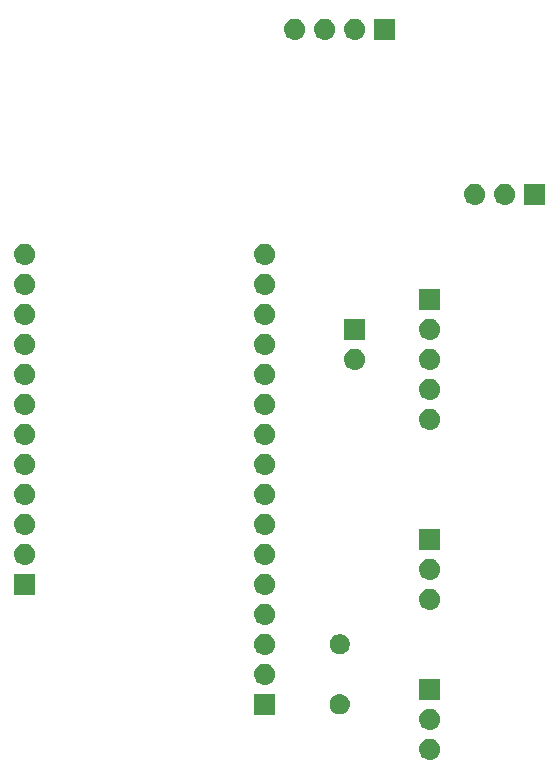
<source format=gbr>
G04 #@! TF.GenerationSoftware,KiCad,Pcbnew,5.0.2-bee76a0~70~ubuntu18.04.1*
G04 #@! TF.CreationDate,2019-07-26T15:06:13-04:00*
G04 #@! TF.ProjectId,knuth-gateway,6b6e7574-682d-4676-9174-657761792e6b,rev?*
G04 #@! TF.SameCoordinates,Original*
G04 #@! TF.FileFunction,Soldermask,Top*
G04 #@! TF.FilePolarity,Negative*
%FSLAX46Y46*%
G04 Gerber Fmt 4.6, Leading zero omitted, Abs format (unit mm)*
G04 Created by KiCad (PCBNEW 5.0.2-bee76a0~70~ubuntu18.04.1) date Fri 26 Jul 2019 03:06:13 PM EDT*
%MOMM*%
%LPD*%
G01*
G04 APERTURE LIST*
%ADD10C,0.100000*%
G04 APERTURE END LIST*
D10*
G36*
X252840442Y-115945518D02*
X252906627Y-115952037D01*
X253019853Y-115986384D01*
X253076467Y-116003557D01*
X253215087Y-116077652D01*
X253232991Y-116087222D01*
X253268729Y-116116552D01*
X253370186Y-116199814D01*
X253453448Y-116301271D01*
X253482778Y-116337009D01*
X253482779Y-116337011D01*
X253566443Y-116493533D01*
X253566443Y-116493534D01*
X253617963Y-116663373D01*
X253635359Y-116840000D01*
X253617963Y-117016627D01*
X253583616Y-117129853D01*
X253566443Y-117186467D01*
X253492348Y-117325087D01*
X253482778Y-117342991D01*
X253453448Y-117378729D01*
X253370186Y-117480186D01*
X253268729Y-117563448D01*
X253232991Y-117592778D01*
X253232989Y-117592779D01*
X253076467Y-117676443D01*
X253019853Y-117693616D01*
X252906627Y-117727963D01*
X252840442Y-117734482D01*
X252774260Y-117741000D01*
X252685740Y-117741000D01*
X252619558Y-117734482D01*
X252553373Y-117727963D01*
X252440147Y-117693616D01*
X252383533Y-117676443D01*
X252227011Y-117592779D01*
X252227009Y-117592778D01*
X252191271Y-117563448D01*
X252089814Y-117480186D01*
X252006552Y-117378729D01*
X251977222Y-117342991D01*
X251967652Y-117325087D01*
X251893557Y-117186467D01*
X251876384Y-117129853D01*
X251842037Y-117016627D01*
X251824641Y-116840000D01*
X251842037Y-116663373D01*
X251893557Y-116493534D01*
X251893557Y-116493533D01*
X251977221Y-116337011D01*
X251977222Y-116337009D01*
X252006552Y-116301271D01*
X252089814Y-116199814D01*
X252191271Y-116116552D01*
X252227009Y-116087222D01*
X252244913Y-116077652D01*
X252383533Y-116003557D01*
X252440147Y-115986384D01*
X252553373Y-115952037D01*
X252619558Y-115945518D01*
X252685740Y-115939000D01*
X252774260Y-115939000D01*
X252840442Y-115945518D01*
X252840442Y-115945518D01*
G37*
G36*
X252840443Y-113405519D02*
X252906627Y-113412037D01*
X253019853Y-113446384D01*
X253076467Y-113463557D01*
X253154146Y-113505078D01*
X253232991Y-113547222D01*
X253268729Y-113576552D01*
X253370186Y-113659814D01*
X253453448Y-113761271D01*
X253482778Y-113797009D01*
X253482779Y-113797011D01*
X253566443Y-113953533D01*
X253566443Y-113953534D01*
X253617963Y-114123373D01*
X253635359Y-114300000D01*
X253617963Y-114476627D01*
X253583616Y-114589853D01*
X253566443Y-114646467D01*
X253492348Y-114785087D01*
X253482778Y-114802991D01*
X253453448Y-114838729D01*
X253370186Y-114940186D01*
X253268729Y-115023448D01*
X253232991Y-115052778D01*
X253232989Y-115052779D01*
X253076467Y-115136443D01*
X253019853Y-115153616D01*
X252906627Y-115187963D01*
X252840442Y-115194482D01*
X252774260Y-115201000D01*
X252685740Y-115201000D01*
X252619558Y-115194482D01*
X252553373Y-115187963D01*
X252440147Y-115153616D01*
X252383533Y-115136443D01*
X252227011Y-115052779D01*
X252227009Y-115052778D01*
X252191271Y-115023448D01*
X252089814Y-114940186D01*
X252006552Y-114838729D01*
X251977222Y-114802991D01*
X251967652Y-114785087D01*
X251893557Y-114646467D01*
X251876384Y-114589853D01*
X251842037Y-114476627D01*
X251824641Y-114300000D01*
X251842037Y-114123373D01*
X251893557Y-113953534D01*
X251893557Y-113953533D01*
X251977221Y-113797011D01*
X251977222Y-113797009D01*
X252006552Y-113761271D01*
X252089814Y-113659814D01*
X252191271Y-113576552D01*
X252227009Y-113547222D01*
X252305854Y-113505078D01*
X252383533Y-113463557D01*
X252440147Y-113446384D01*
X252553373Y-113412037D01*
X252619557Y-113405519D01*
X252685740Y-113399000D01*
X252774260Y-113399000D01*
X252840443Y-113405519D01*
X252840443Y-113405519D01*
G37*
G36*
X239661000Y-113931000D02*
X237859000Y-113931000D01*
X237859000Y-112129000D01*
X239661000Y-112129000D01*
X239661000Y-113931000D01*
X239661000Y-113931000D01*
G37*
G36*
X245276821Y-112191313D02*
X245276824Y-112191314D01*
X245276825Y-112191314D01*
X245437239Y-112239975D01*
X245437241Y-112239976D01*
X245437244Y-112239977D01*
X245585078Y-112318995D01*
X245714659Y-112425341D01*
X245821005Y-112554922D01*
X245900023Y-112702756D01*
X245948687Y-112863179D01*
X245965117Y-113030000D01*
X245948687Y-113196821D01*
X245900023Y-113357244D01*
X245821005Y-113505078D01*
X245714659Y-113634659D01*
X245585078Y-113741005D01*
X245437244Y-113820023D01*
X245437241Y-113820024D01*
X245437239Y-113820025D01*
X245276825Y-113868686D01*
X245276824Y-113868686D01*
X245276821Y-113868687D01*
X245151804Y-113881000D01*
X245068196Y-113881000D01*
X244943179Y-113868687D01*
X244943176Y-113868686D01*
X244943175Y-113868686D01*
X244782761Y-113820025D01*
X244782759Y-113820024D01*
X244782756Y-113820023D01*
X244634922Y-113741005D01*
X244505341Y-113634659D01*
X244398995Y-113505078D01*
X244319977Y-113357244D01*
X244271313Y-113196821D01*
X244254883Y-113030000D01*
X244271313Y-112863179D01*
X244319977Y-112702756D01*
X244398995Y-112554922D01*
X244505341Y-112425341D01*
X244634922Y-112318995D01*
X244782756Y-112239977D01*
X244782759Y-112239976D01*
X244782761Y-112239975D01*
X244943175Y-112191314D01*
X244943176Y-112191314D01*
X244943179Y-112191313D01*
X245068196Y-112179000D01*
X245151804Y-112179000D01*
X245276821Y-112191313D01*
X245276821Y-112191313D01*
G37*
G36*
X253631000Y-112661000D02*
X251829000Y-112661000D01*
X251829000Y-110859000D01*
X253631000Y-110859000D01*
X253631000Y-112661000D01*
X253631000Y-112661000D01*
G37*
G36*
X238870442Y-109595518D02*
X238936627Y-109602037D01*
X239049853Y-109636384D01*
X239106467Y-109653557D01*
X239245087Y-109727652D01*
X239262991Y-109737222D01*
X239298729Y-109766552D01*
X239400186Y-109849814D01*
X239483448Y-109951271D01*
X239512778Y-109987009D01*
X239512779Y-109987011D01*
X239596443Y-110143533D01*
X239596443Y-110143534D01*
X239647963Y-110313373D01*
X239665359Y-110490000D01*
X239647963Y-110666627D01*
X239613616Y-110779853D01*
X239596443Y-110836467D01*
X239522348Y-110975087D01*
X239512778Y-110992991D01*
X239483448Y-111028729D01*
X239400186Y-111130186D01*
X239298729Y-111213448D01*
X239262991Y-111242778D01*
X239262989Y-111242779D01*
X239106467Y-111326443D01*
X239049853Y-111343616D01*
X238936627Y-111377963D01*
X238870443Y-111384481D01*
X238804260Y-111391000D01*
X238715740Y-111391000D01*
X238649557Y-111384481D01*
X238583373Y-111377963D01*
X238470147Y-111343616D01*
X238413533Y-111326443D01*
X238257011Y-111242779D01*
X238257009Y-111242778D01*
X238221271Y-111213448D01*
X238119814Y-111130186D01*
X238036552Y-111028729D01*
X238007222Y-110992991D01*
X237997652Y-110975087D01*
X237923557Y-110836467D01*
X237906384Y-110779853D01*
X237872037Y-110666627D01*
X237854641Y-110490000D01*
X237872037Y-110313373D01*
X237923557Y-110143534D01*
X237923557Y-110143533D01*
X238007221Y-109987011D01*
X238007222Y-109987009D01*
X238036552Y-109951271D01*
X238119814Y-109849814D01*
X238221271Y-109766552D01*
X238257009Y-109737222D01*
X238274913Y-109727652D01*
X238413533Y-109653557D01*
X238470147Y-109636384D01*
X238583373Y-109602037D01*
X238649558Y-109595518D01*
X238715740Y-109589000D01*
X238804260Y-109589000D01*
X238870442Y-109595518D01*
X238870442Y-109595518D01*
G37*
G36*
X238870442Y-107055518D02*
X238936627Y-107062037D01*
X239049853Y-107096384D01*
X239106467Y-107113557D01*
X239245087Y-107187652D01*
X239262991Y-107197222D01*
X239298729Y-107226552D01*
X239400186Y-107309814D01*
X239480369Y-107407519D01*
X239512778Y-107447009D01*
X239512779Y-107447011D01*
X239596443Y-107603533D01*
X239596443Y-107603534D01*
X239647963Y-107773373D01*
X239665359Y-107950000D01*
X239647963Y-108126627D01*
X239626243Y-108198228D01*
X239596443Y-108296467D01*
X239522348Y-108435087D01*
X239512778Y-108452991D01*
X239483448Y-108488729D01*
X239400186Y-108590186D01*
X239298729Y-108673448D01*
X239262991Y-108702778D01*
X239262989Y-108702779D01*
X239106467Y-108786443D01*
X239058478Y-108801000D01*
X238936627Y-108837963D01*
X238870442Y-108844482D01*
X238804260Y-108851000D01*
X238715740Y-108851000D01*
X238649558Y-108844482D01*
X238583373Y-108837963D01*
X238461522Y-108801000D01*
X238413533Y-108786443D01*
X238257011Y-108702779D01*
X238257009Y-108702778D01*
X238221271Y-108673448D01*
X238119814Y-108590186D01*
X238036552Y-108488729D01*
X238007222Y-108452991D01*
X237997652Y-108435087D01*
X237923557Y-108296467D01*
X237893757Y-108198228D01*
X237872037Y-108126627D01*
X237854641Y-107950000D01*
X237872037Y-107773373D01*
X237923557Y-107603534D01*
X237923557Y-107603533D01*
X238007221Y-107447011D01*
X238007222Y-107447009D01*
X238039631Y-107407519D01*
X238119814Y-107309814D01*
X238221271Y-107226552D01*
X238257009Y-107197222D01*
X238274913Y-107187652D01*
X238413533Y-107113557D01*
X238470147Y-107096384D01*
X238583373Y-107062037D01*
X238649558Y-107055518D01*
X238715740Y-107049000D01*
X238804260Y-107049000D01*
X238870442Y-107055518D01*
X238870442Y-107055518D01*
G37*
G36*
X245358228Y-107131703D02*
X245513100Y-107195853D01*
X245652481Y-107288985D01*
X245771015Y-107407519D01*
X245864147Y-107546900D01*
X245928297Y-107701772D01*
X245961000Y-107866184D01*
X245961000Y-108033816D01*
X245928297Y-108198228D01*
X245864147Y-108353100D01*
X245771015Y-108492481D01*
X245652481Y-108611015D01*
X245513100Y-108704147D01*
X245358228Y-108768297D01*
X245193816Y-108801000D01*
X245026184Y-108801000D01*
X244861772Y-108768297D01*
X244706900Y-108704147D01*
X244567519Y-108611015D01*
X244448985Y-108492481D01*
X244355853Y-108353100D01*
X244291703Y-108198228D01*
X244259000Y-108033816D01*
X244259000Y-107866184D01*
X244291703Y-107701772D01*
X244355853Y-107546900D01*
X244448985Y-107407519D01*
X244567519Y-107288985D01*
X244706900Y-107195853D01*
X244861772Y-107131703D01*
X245026184Y-107099000D01*
X245193816Y-107099000D01*
X245358228Y-107131703D01*
X245358228Y-107131703D01*
G37*
G36*
X238870443Y-104515519D02*
X238936627Y-104522037D01*
X239049853Y-104556384D01*
X239106467Y-104573557D01*
X239236363Y-104642989D01*
X239262991Y-104657222D01*
X239298729Y-104686552D01*
X239400186Y-104769814D01*
X239483448Y-104871271D01*
X239512778Y-104907009D01*
X239512779Y-104907011D01*
X239596443Y-105063533D01*
X239596443Y-105063534D01*
X239647963Y-105233373D01*
X239665359Y-105410000D01*
X239647963Y-105586627D01*
X239613616Y-105699853D01*
X239596443Y-105756467D01*
X239522348Y-105895087D01*
X239512778Y-105912991D01*
X239483448Y-105948729D01*
X239400186Y-106050186D01*
X239298729Y-106133448D01*
X239262991Y-106162778D01*
X239262989Y-106162779D01*
X239106467Y-106246443D01*
X239049853Y-106263616D01*
X238936627Y-106297963D01*
X238870442Y-106304482D01*
X238804260Y-106311000D01*
X238715740Y-106311000D01*
X238649558Y-106304482D01*
X238583373Y-106297963D01*
X238470147Y-106263616D01*
X238413533Y-106246443D01*
X238257011Y-106162779D01*
X238257009Y-106162778D01*
X238221271Y-106133448D01*
X238119814Y-106050186D01*
X238036552Y-105948729D01*
X238007222Y-105912991D01*
X237997652Y-105895087D01*
X237923557Y-105756467D01*
X237906384Y-105699853D01*
X237872037Y-105586627D01*
X237854641Y-105410000D01*
X237872037Y-105233373D01*
X237923557Y-105063534D01*
X237923557Y-105063533D01*
X238007221Y-104907011D01*
X238007222Y-104907009D01*
X238036552Y-104871271D01*
X238119814Y-104769814D01*
X238221271Y-104686552D01*
X238257009Y-104657222D01*
X238283637Y-104642989D01*
X238413533Y-104573557D01*
X238470147Y-104556384D01*
X238583373Y-104522037D01*
X238649557Y-104515519D01*
X238715740Y-104509000D01*
X238804260Y-104509000D01*
X238870443Y-104515519D01*
X238870443Y-104515519D01*
G37*
G36*
X252840443Y-103245519D02*
X252906627Y-103252037D01*
X253019853Y-103286384D01*
X253076467Y-103303557D01*
X253206363Y-103372989D01*
X253232991Y-103387222D01*
X253268729Y-103416552D01*
X253370186Y-103499814D01*
X253453448Y-103601271D01*
X253482778Y-103637009D01*
X253482779Y-103637011D01*
X253566443Y-103793533D01*
X253566443Y-103793534D01*
X253617963Y-103963373D01*
X253635359Y-104140000D01*
X253617963Y-104316627D01*
X253583616Y-104429853D01*
X253566443Y-104486467D01*
X253547430Y-104522037D01*
X253482778Y-104642991D01*
X253453448Y-104678729D01*
X253370186Y-104780186D01*
X253268729Y-104863448D01*
X253232991Y-104892778D01*
X253232989Y-104892779D01*
X253076467Y-104976443D01*
X253019853Y-104993616D01*
X252906627Y-105027963D01*
X252840442Y-105034482D01*
X252774260Y-105041000D01*
X252685740Y-105041000D01*
X252619557Y-105034481D01*
X252553373Y-105027963D01*
X252440147Y-104993616D01*
X252383533Y-104976443D01*
X252227011Y-104892779D01*
X252227009Y-104892778D01*
X252191271Y-104863448D01*
X252089814Y-104780186D01*
X252006552Y-104678729D01*
X251977222Y-104642991D01*
X251912570Y-104522037D01*
X251893557Y-104486467D01*
X251876384Y-104429853D01*
X251842037Y-104316627D01*
X251824641Y-104140000D01*
X251842037Y-103963373D01*
X251893557Y-103793534D01*
X251893557Y-103793533D01*
X251977221Y-103637011D01*
X251977222Y-103637009D01*
X252006552Y-103601271D01*
X252089814Y-103499814D01*
X252191271Y-103416552D01*
X252227009Y-103387222D01*
X252253637Y-103372989D01*
X252383533Y-103303557D01*
X252440147Y-103286384D01*
X252553373Y-103252037D01*
X252619558Y-103245518D01*
X252685740Y-103239000D01*
X252774260Y-103239000D01*
X252840443Y-103245519D01*
X252840443Y-103245519D01*
G37*
G36*
X238870442Y-101975518D02*
X238936627Y-101982037D01*
X239049853Y-102016384D01*
X239106467Y-102033557D01*
X239236363Y-102102989D01*
X239262991Y-102117222D01*
X239298729Y-102146552D01*
X239400186Y-102229814D01*
X239483448Y-102331271D01*
X239512778Y-102367009D01*
X239512779Y-102367011D01*
X239596443Y-102523533D01*
X239596443Y-102523534D01*
X239647963Y-102693373D01*
X239665359Y-102870000D01*
X239647963Y-103046627D01*
X239613616Y-103159853D01*
X239596443Y-103216467D01*
X239577430Y-103252037D01*
X239512778Y-103372991D01*
X239483448Y-103408729D01*
X239400186Y-103510186D01*
X239298729Y-103593448D01*
X239262991Y-103622778D01*
X239262989Y-103622779D01*
X239106467Y-103706443D01*
X239049853Y-103723616D01*
X238936627Y-103757963D01*
X238870443Y-103764481D01*
X238804260Y-103771000D01*
X238715740Y-103771000D01*
X238649557Y-103764481D01*
X238583373Y-103757963D01*
X238470147Y-103723616D01*
X238413533Y-103706443D01*
X238257011Y-103622779D01*
X238257009Y-103622778D01*
X238221271Y-103593448D01*
X238119814Y-103510186D01*
X238036552Y-103408729D01*
X238007222Y-103372991D01*
X237942570Y-103252037D01*
X237923557Y-103216467D01*
X237906384Y-103159853D01*
X237872037Y-103046627D01*
X237854641Y-102870000D01*
X237872037Y-102693373D01*
X237923557Y-102523534D01*
X237923557Y-102523533D01*
X238007221Y-102367011D01*
X238007222Y-102367009D01*
X238036552Y-102331271D01*
X238119814Y-102229814D01*
X238221271Y-102146552D01*
X238257009Y-102117222D01*
X238283637Y-102102989D01*
X238413533Y-102033557D01*
X238470147Y-102016384D01*
X238583373Y-101982037D01*
X238649558Y-101975518D01*
X238715740Y-101969000D01*
X238804260Y-101969000D01*
X238870442Y-101975518D01*
X238870442Y-101975518D01*
G37*
G36*
X219341000Y-103771000D02*
X217539000Y-103771000D01*
X217539000Y-101969000D01*
X219341000Y-101969000D01*
X219341000Y-103771000D01*
X219341000Y-103771000D01*
G37*
G36*
X252840443Y-100705519D02*
X252906627Y-100712037D01*
X253019853Y-100746384D01*
X253076467Y-100763557D01*
X253206363Y-100832989D01*
X253232991Y-100847222D01*
X253268729Y-100876552D01*
X253370186Y-100959814D01*
X253453448Y-101061271D01*
X253482778Y-101097009D01*
X253482779Y-101097011D01*
X253566443Y-101253533D01*
X253566443Y-101253534D01*
X253617963Y-101423373D01*
X253635359Y-101600000D01*
X253617963Y-101776627D01*
X253583616Y-101889853D01*
X253566443Y-101946467D01*
X253547430Y-101982037D01*
X253482778Y-102102991D01*
X253453448Y-102138729D01*
X253370186Y-102240186D01*
X253268729Y-102323448D01*
X253232991Y-102352778D01*
X253232989Y-102352779D01*
X253076467Y-102436443D01*
X253019853Y-102453616D01*
X252906627Y-102487963D01*
X252840442Y-102494482D01*
X252774260Y-102501000D01*
X252685740Y-102501000D01*
X252619558Y-102494482D01*
X252553373Y-102487963D01*
X252440147Y-102453616D01*
X252383533Y-102436443D01*
X252227011Y-102352779D01*
X252227009Y-102352778D01*
X252191271Y-102323448D01*
X252089814Y-102240186D01*
X252006552Y-102138729D01*
X251977222Y-102102991D01*
X251912570Y-101982037D01*
X251893557Y-101946467D01*
X251876384Y-101889853D01*
X251842037Y-101776627D01*
X251824641Y-101600000D01*
X251842037Y-101423373D01*
X251893557Y-101253534D01*
X251893557Y-101253533D01*
X251977221Y-101097011D01*
X251977222Y-101097009D01*
X252006552Y-101061271D01*
X252089814Y-100959814D01*
X252191271Y-100876552D01*
X252227009Y-100847222D01*
X252253637Y-100832989D01*
X252383533Y-100763557D01*
X252440147Y-100746384D01*
X252553373Y-100712037D01*
X252619557Y-100705519D01*
X252685740Y-100699000D01*
X252774260Y-100699000D01*
X252840443Y-100705519D01*
X252840443Y-100705519D01*
G37*
G36*
X238870443Y-99435519D02*
X238936627Y-99442037D01*
X239049853Y-99476384D01*
X239106467Y-99493557D01*
X239245087Y-99567652D01*
X239262991Y-99577222D01*
X239298729Y-99606552D01*
X239400186Y-99689814D01*
X239483448Y-99791271D01*
X239512778Y-99827009D01*
X239512779Y-99827011D01*
X239596443Y-99983533D01*
X239596443Y-99983534D01*
X239647963Y-100153373D01*
X239665359Y-100330000D01*
X239647963Y-100506627D01*
X239613616Y-100619853D01*
X239596443Y-100676467D01*
X239577430Y-100712037D01*
X239512778Y-100832991D01*
X239483448Y-100868729D01*
X239400186Y-100970186D01*
X239298729Y-101053448D01*
X239262991Y-101082778D01*
X239262989Y-101082779D01*
X239106467Y-101166443D01*
X239049853Y-101183616D01*
X238936627Y-101217963D01*
X238870443Y-101224481D01*
X238804260Y-101231000D01*
X238715740Y-101231000D01*
X238649558Y-101224482D01*
X238583373Y-101217963D01*
X238470147Y-101183616D01*
X238413533Y-101166443D01*
X238257011Y-101082779D01*
X238257009Y-101082778D01*
X238221271Y-101053448D01*
X238119814Y-100970186D01*
X238036552Y-100868729D01*
X238007222Y-100832991D01*
X237942570Y-100712037D01*
X237923557Y-100676467D01*
X237906384Y-100619853D01*
X237872037Y-100506627D01*
X237854641Y-100330000D01*
X237872037Y-100153373D01*
X237923557Y-99983534D01*
X237923557Y-99983533D01*
X238007221Y-99827011D01*
X238007222Y-99827009D01*
X238036552Y-99791271D01*
X238119814Y-99689814D01*
X238221271Y-99606552D01*
X238257009Y-99577222D01*
X238274913Y-99567652D01*
X238413533Y-99493557D01*
X238470147Y-99476384D01*
X238583373Y-99442037D01*
X238649558Y-99435518D01*
X238715740Y-99429000D01*
X238804260Y-99429000D01*
X238870443Y-99435519D01*
X238870443Y-99435519D01*
G37*
G36*
X218550443Y-99435519D02*
X218616627Y-99442037D01*
X218729853Y-99476384D01*
X218786467Y-99493557D01*
X218925087Y-99567652D01*
X218942991Y-99577222D01*
X218978729Y-99606552D01*
X219080186Y-99689814D01*
X219163448Y-99791271D01*
X219192778Y-99827009D01*
X219192779Y-99827011D01*
X219276443Y-99983533D01*
X219276443Y-99983534D01*
X219327963Y-100153373D01*
X219345359Y-100330000D01*
X219327963Y-100506627D01*
X219293616Y-100619853D01*
X219276443Y-100676467D01*
X219257430Y-100712037D01*
X219192778Y-100832991D01*
X219163448Y-100868729D01*
X219080186Y-100970186D01*
X218978729Y-101053448D01*
X218942991Y-101082778D01*
X218942989Y-101082779D01*
X218786467Y-101166443D01*
X218729853Y-101183616D01*
X218616627Y-101217963D01*
X218550443Y-101224481D01*
X218484260Y-101231000D01*
X218395740Y-101231000D01*
X218329558Y-101224482D01*
X218263373Y-101217963D01*
X218150147Y-101183616D01*
X218093533Y-101166443D01*
X217937011Y-101082779D01*
X217937009Y-101082778D01*
X217901271Y-101053448D01*
X217799814Y-100970186D01*
X217716552Y-100868729D01*
X217687222Y-100832991D01*
X217622570Y-100712037D01*
X217603557Y-100676467D01*
X217586384Y-100619853D01*
X217552037Y-100506627D01*
X217534641Y-100330000D01*
X217552037Y-100153373D01*
X217603557Y-99983534D01*
X217603557Y-99983533D01*
X217687221Y-99827011D01*
X217687222Y-99827009D01*
X217716552Y-99791271D01*
X217799814Y-99689814D01*
X217901271Y-99606552D01*
X217937009Y-99577222D01*
X217954913Y-99567652D01*
X218093533Y-99493557D01*
X218150147Y-99476384D01*
X218263373Y-99442037D01*
X218329558Y-99435518D01*
X218395740Y-99429000D01*
X218484260Y-99429000D01*
X218550443Y-99435519D01*
X218550443Y-99435519D01*
G37*
G36*
X253631000Y-99961000D02*
X251829000Y-99961000D01*
X251829000Y-98159000D01*
X253631000Y-98159000D01*
X253631000Y-99961000D01*
X253631000Y-99961000D01*
G37*
G36*
X218550442Y-96895518D02*
X218616627Y-96902037D01*
X218729853Y-96936384D01*
X218786467Y-96953557D01*
X218925087Y-97027652D01*
X218942991Y-97037222D01*
X218978729Y-97066552D01*
X219080186Y-97149814D01*
X219163448Y-97251271D01*
X219192778Y-97287009D01*
X219192779Y-97287011D01*
X219276443Y-97443533D01*
X219276443Y-97443534D01*
X219327963Y-97613373D01*
X219345359Y-97790000D01*
X219327963Y-97966627D01*
X219293616Y-98079853D01*
X219276443Y-98136467D01*
X219202348Y-98275087D01*
X219192778Y-98292991D01*
X219163448Y-98328729D01*
X219080186Y-98430186D01*
X218978729Y-98513448D01*
X218942991Y-98542778D01*
X218942989Y-98542779D01*
X218786467Y-98626443D01*
X218729853Y-98643616D01*
X218616627Y-98677963D01*
X218550442Y-98684482D01*
X218484260Y-98691000D01*
X218395740Y-98691000D01*
X218329558Y-98684482D01*
X218263373Y-98677963D01*
X218150147Y-98643616D01*
X218093533Y-98626443D01*
X217937011Y-98542779D01*
X217937009Y-98542778D01*
X217901271Y-98513448D01*
X217799814Y-98430186D01*
X217716552Y-98328729D01*
X217687222Y-98292991D01*
X217677652Y-98275087D01*
X217603557Y-98136467D01*
X217586384Y-98079853D01*
X217552037Y-97966627D01*
X217534641Y-97790000D01*
X217552037Y-97613373D01*
X217603557Y-97443534D01*
X217603557Y-97443533D01*
X217687221Y-97287011D01*
X217687222Y-97287009D01*
X217716552Y-97251271D01*
X217799814Y-97149814D01*
X217901271Y-97066552D01*
X217937009Y-97037222D01*
X217954913Y-97027652D01*
X218093533Y-96953557D01*
X218150147Y-96936384D01*
X218263373Y-96902037D01*
X218329558Y-96895518D01*
X218395740Y-96889000D01*
X218484260Y-96889000D01*
X218550442Y-96895518D01*
X218550442Y-96895518D01*
G37*
G36*
X238870442Y-96895518D02*
X238936627Y-96902037D01*
X239049853Y-96936384D01*
X239106467Y-96953557D01*
X239245087Y-97027652D01*
X239262991Y-97037222D01*
X239298729Y-97066552D01*
X239400186Y-97149814D01*
X239483448Y-97251271D01*
X239512778Y-97287009D01*
X239512779Y-97287011D01*
X239596443Y-97443533D01*
X239596443Y-97443534D01*
X239647963Y-97613373D01*
X239665359Y-97790000D01*
X239647963Y-97966627D01*
X239613616Y-98079853D01*
X239596443Y-98136467D01*
X239522348Y-98275087D01*
X239512778Y-98292991D01*
X239483448Y-98328729D01*
X239400186Y-98430186D01*
X239298729Y-98513448D01*
X239262991Y-98542778D01*
X239262989Y-98542779D01*
X239106467Y-98626443D01*
X239049853Y-98643616D01*
X238936627Y-98677963D01*
X238870442Y-98684482D01*
X238804260Y-98691000D01*
X238715740Y-98691000D01*
X238649558Y-98684482D01*
X238583373Y-98677963D01*
X238470147Y-98643616D01*
X238413533Y-98626443D01*
X238257011Y-98542779D01*
X238257009Y-98542778D01*
X238221271Y-98513448D01*
X238119814Y-98430186D01*
X238036552Y-98328729D01*
X238007222Y-98292991D01*
X237997652Y-98275087D01*
X237923557Y-98136467D01*
X237906384Y-98079853D01*
X237872037Y-97966627D01*
X237854641Y-97790000D01*
X237872037Y-97613373D01*
X237923557Y-97443534D01*
X237923557Y-97443533D01*
X238007221Y-97287011D01*
X238007222Y-97287009D01*
X238036552Y-97251271D01*
X238119814Y-97149814D01*
X238221271Y-97066552D01*
X238257009Y-97037222D01*
X238274913Y-97027652D01*
X238413533Y-96953557D01*
X238470147Y-96936384D01*
X238583373Y-96902037D01*
X238649558Y-96895518D01*
X238715740Y-96889000D01*
X238804260Y-96889000D01*
X238870442Y-96895518D01*
X238870442Y-96895518D01*
G37*
G36*
X218550442Y-94355518D02*
X218616627Y-94362037D01*
X218729853Y-94396384D01*
X218786467Y-94413557D01*
X218925087Y-94487652D01*
X218942991Y-94497222D01*
X218978729Y-94526552D01*
X219080186Y-94609814D01*
X219163448Y-94711271D01*
X219192778Y-94747009D01*
X219192779Y-94747011D01*
X219276443Y-94903533D01*
X219276443Y-94903534D01*
X219327963Y-95073373D01*
X219345359Y-95250000D01*
X219327963Y-95426627D01*
X219293616Y-95539853D01*
X219276443Y-95596467D01*
X219202348Y-95735087D01*
X219192778Y-95752991D01*
X219163448Y-95788729D01*
X219080186Y-95890186D01*
X218978729Y-95973448D01*
X218942991Y-96002778D01*
X218942989Y-96002779D01*
X218786467Y-96086443D01*
X218729853Y-96103616D01*
X218616627Y-96137963D01*
X218550443Y-96144481D01*
X218484260Y-96151000D01*
X218395740Y-96151000D01*
X218329558Y-96144482D01*
X218263373Y-96137963D01*
X218150147Y-96103616D01*
X218093533Y-96086443D01*
X217937011Y-96002779D01*
X217937009Y-96002778D01*
X217901271Y-95973448D01*
X217799814Y-95890186D01*
X217716552Y-95788729D01*
X217687222Y-95752991D01*
X217677652Y-95735087D01*
X217603557Y-95596467D01*
X217586384Y-95539853D01*
X217552037Y-95426627D01*
X217534641Y-95250000D01*
X217552037Y-95073373D01*
X217603557Y-94903534D01*
X217603557Y-94903533D01*
X217687221Y-94747011D01*
X217687222Y-94747009D01*
X217716552Y-94711271D01*
X217799814Y-94609814D01*
X217901271Y-94526552D01*
X217937009Y-94497222D01*
X217954913Y-94487652D01*
X218093533Y-94413557D01*
X218150147Y-94396384D01*
X218263373Y-94362037D01*
X218329557Y-94355519D01*
X218395740Y-94349000D01*
X218484260Y-94349000D01*
X218550442Y-94355518D01*
X218550442Y-94355518D01*
G37*
G36*
X238870442Y-94355518D02*
X238936627Y-94362037D01*
X239049853Y-94396384D01*
X239106467Y-94413557D01*
X239245087Y-94487652D01*
X239262991Y-94497222D01*
X239298729Y-94526552D01*
X239400186Y-94609814D01*
X239483448Y-94711271D01*
X239512778Y-94747009D01*
X239512779Y-94747011D01*
X239596443Y-94903533D01*
X239596443Y-94903534D01*
X239647963Y-95073373D01*
X239665359Y-95250000D01*
X239647963Y-95426627D01*
X239613616Y-95539853D01*
X239596443Y-95596467D01*
X239522348Y-95735087D01*
X239512778Y-95752991D01*
X239483448Y-95788729D01*
X239400186Y-95890186D01*
X239298729Y-95973448D01*
X239262991Y-96002778D01*
X239262989Y-96002779D01*
X239106467Y-96086443D01*
X239049853Y-96103616D01*
X238936627Y-96137963D01*
X238870443Y-96144481D01*
X238804260Y-96151000D01*
X238715740Y-96151000D01*
X238649558Y-96144482D01*
X238583373Y-96137963D01*
X238470147Y-96103616D01*
X238413533Y-96086443D01*
X238257011Y-96002779D01*
X238257009Y-96002778D01*
X238221271Y-95973448D01*
X238119814Y-95890186D01*
X238036552Y-95788729D01*
X238007222Y-95752991D01*
X237997652Y-95735087D01*
X237923557Y-95596467D01*
X237906384Y-95539853D01*
X237872037Y-95426627D01*
X237854641Y-95250000D01*
X237872037Y-95073373D01*
X237923557Y-94903534D01*
X237923557Y-94903533D01*
X238007221Y-94747011D01*
X238007222Y-94747009D01*
X238036552Y-94711271D01*
X238119814Y-94609814D01*
X238221271Y-94526552D01*
X238257009Y-94497222D01*
X238274913Y-94487652D01*
X238413533Y-94413557D01*
X238470147Y-94396384D01*
X238583373Y-94362037D01*
X238649557Y-94355519D01*
X238715740Y-94349000D01*
X238804260Y-94349000D01*
X238870442Y-94355518D01*
X238870442Y-94355518D01*
G37*
G36*
X238870442Y-91815518D02*
X238936627Y-91822037D01*
X239049853Y-91856384D01*
X239106467Y-91873557D01*
X239245087Y-91947652D01*
X239262991Y-91957222D01*
X239298729Y-91986552D01*
X239400186Y-92069814D01*
X239483448Y-92171271D01*
X239512778Y-92207009D01*
X239512779Y-92207011D01*
X239596443Y-92363533D01*
X239596443Y-92363534D01*
X239647963Y-92533373D01*
X239665359Y-92710000D01*
X239647963Y-92886627D01*
X239613616Y-92999853D01*
X239596443Y-93056467D01*
X239522348Y-93195087D01*
X239512778Y-93212991D01*
X239483448Y-93248729D01*
X239400186Y-93350186D01*
X239298729Y-93433448D01*
X239262991Y-93462778D01*
X239262989Y-93462779D01*
X239106467Y-93546443D01*
X239049853Y-93563616D01*
X238936627Y-93597963D01*
X238870442Y-93604482D01*
X238804260Y-93611000D01*
X238715740Y-93611000D01*
X238649557Y-93604481D01*
X238583373Y-93597963D01*
X238470147Y-93563616D01*
X238413533Y-93546443D01*
X238257011Y-93462779D01*
X238257009Y-93462778D01*
X238221271Y-93433448D01*
X238119814Y-93350186D01*
X238036552Y-93248729D01*
X238007222Y-93212991D01*
X237997652Y-93195087D01*
X237923557Y-93056467D01*
X237906384Y-92999853D01*
X237872037Y-92886627D01*
X237854641Y-92710000D01*
X237872037Y-92533373D01*
X237923557Y-92363534D01*
X237923557Y-92363533D01*
X238007221Y-92207011D01*
X238007222Y-92207009D01*
X238036552Y-92171271D01*
X238119814Y-92069814D01*
X238221271Y-91986552D01*
X238257009Y-91957222D01*
X238274913Y-91947652D01*
X238413533Y-91873557D01*
X238470147Y-91856384D01*
X238583373Y-91822037D01*
X238649558Y-91815518D01*
X238715740Y-91809000D01*
X238804260Y-91809000D01*
X238870442Y-91815518D01*
X238870442Y-91815518D01*
G37*
G36*
X218550442Y-91815518D02*
X218616627Y-91822037D01*
X218729853Y-91856384D01*
X218786467Y-91873557D01*
X218925087Y-91947652D01*
X218942991Y-91957222D01*
X218978729Y-91986552D01*
X219080186Y-92069814D01*
X219163448Y-92171271D01*
X219192778Y-92207009D01*
X219192779Y-92207011D01*
X219276443Y-92363533D01*
X219276443Y-92363534D01*
X219327963Y-92533373D01*
X219345359Y-92710000D01*
X219327963Y-92886627D01*
X219293616Y-92999853D01*
X219276443Y-93056467D01*
X219202348Y-93195087D01*
X219192778Y-93212991D01*
X219163448Y-93248729D01*
X219080186Y-93350186D01*
X218978729Y-93433448D01*
X218942991Y-93462778D01*
X218942989Y-93462779D01*
X218786467Y-93546443D01*
X218729853Y-93563616D01*
X218616627Y-93597963D01*
X218550442Y-93604482D01*
X218484260Y-93611000D01*
X218395740Y-93611000D01*
X218329557Y-93604481D01*
X218263373Y-93597963D01*
X218150147Y-93563616D01*
X218093533Y-93546443D01*
X217937011Y-93462779D01*
X217937009Y-93462778D01*
X217901271Y-93433448D01*
X217799814Y-93350186D01*
X217716552Y-93248729D01*
X217687222Y-93212991D01*
X217677652Y-93195087D01*
X217603557Y-93056467D01*
X217586384Y-92999853D01*
X217552037Y-92886627D01*
X217534641Y-92710000D01*
X217552037Y-92533373D01*
X217603557Y-92363534D01*
X217603557Y-92363533D01*
X217687221Y-92207011D01*
X217687222Y-92207009D01*
X217716552Y-92171271D01*
X217799814Y-92069814D01*
X217901271Y-91986552D01*
X217937009Y-91957222D01*
X217954913Y-91947652D01*
X218093533Y-91873557D01*
X218150147Y-91856384D01*
X218263373Y-91822037D01*
X218329558Y-91815518D01*
X218395740Y-91809000D01*
X218484260Y-91809000D01*
X218550442Y-91815518D01*
X218550442Y-91815518D01*
G37*
G36*
X218550443Y-89275519D02*
X218616627Y-89282037D01*
X218729853Y-89316384D01*
X218786467Y-89333557D01*
X218916363Y-89402989D01*
X218942991Y-89417222D01*
X218978729Y-89446552D01*
X219080186Y-89529814D01*
X219163448Y-89631271D01*
X219192778Y-89667009D01*
X219192779Y-89667011D01*
X219276443Y-89823533D01*
X219276443Y-89823534D01*
X219327963Y-89993373D01*
X219345359Y-90170000D01*
X219327963Y-90346627D01*
X219293616Y-90459853D01*
X219276443Y-90516467D01*
X219202348Y-90655087D01*
X219192778Y-90672991D01*
X219163448Y-90708729D01*
X219080186Y-90810186D01*
X218978729Y-90893448D01*
X218942991Y-90922778D01*
X218942989Y-90922779D01*
X218786467Y-91006443D01*
X218729853Y-91023616D01*
X218616627Y-91057963D01*
X218550442Y-91064482D01*
X218484260Y-91071000D01*
X218395740Y-91071000D01*
X218329558Y-91064482D01*
X218263373Y-91057963D01*
X218150147Y-91023616D01*
X218093533Y-91006443D01*
X217937011Y-90922779D01*
X217937009Y-90922778D01*
X217901271Y-90893448D01*
X217799814Y-90810186D01*
X217716552Y-90708729D01*
X217687222Y-90672991D01*
X217677652Y-90655087D01*
X217603557Y-90516467D01*
X217586384Y-90459853D01*
X217552037Y-90346627D01*
X217534641Y-90170000D01*
X217552037Y-89993373D01*
X217603557Y-89823534D01*
X217603557Y-89823533D01*
X217687221Y-89667011D01*
X217687222Y-89667009D01*
X217716552Y-89631271D01*
X217799814Y-89529814D01*
X217901271Y-89446552D01*
X217937009Y-89417222D01*
X217963637Y-89402989D01*
X218093533Y-89333557D01*
X218150147Y-89316384D01*
X218263373Y-89282037D01*
X218329557Y-89275519D01*
X218395740Y-89269000D01*
X218484260Y-89269000D01*
X218550443Y-89275519D01*
X218550443Y-89275519D01*
G37*
G36*
X238870443Y-89275519D02*
X238936627Y-89282037D01*
X239049853Y-89316384D01*
X239106467Y-89333557D01*
X239236363Y-89402989D01*
X239262991Y-89417222D01*
X239298729Y-89446552D01*
X239400186Y-89529814D01*
X239483448Y-89631271D01*
X239512778Y-89667009D01*
X239512779Y-89667011D01*
X239596443Y-89823533D01*
X239596443Y-89823534D01*
X239647963Y-89993373D01*
X239665359Y-90170000D01*
X239647963Y-90346627D01*
X239613616Y-90459853D01*
X239596443Y-90516467D01*
X239522348Y-90655087D01*
X239512778Y-90672991D01*
X239483448Y-90708729D01*
X239400186Y-90810186D01*
X239298729Y-90893448D01*
X239262991Y-90922778D01*
X239262989Y-90922779D01*
X239106467Y-91006443D01*
X239049853Y-91023616D01*
X238936627Y-91057963D01*
X238870442Y-91064482D01*
X238804260Y-91071000D01*
X238715740Y-91071000D01*
X238649558Y-91064482D01*
X238583373Y-91057963D01*
X238470147Y-91023616D01*
X238413533Y-91006443D01*
X238257011Y-90922779D01*
X238257009Y-90922778D01*
X238221271Y-90893448D01*
X238119814Y-90810186D01*
X238036552Y-90708729D01*
X238007222Y-90672991D01*
X237997652Y-90655087D01*
X237923557Y-90516467D01*
X237906384Y-90459853D01*
X237872037Y-90346627D01*
X237854641Y-90170000D01*
X237872037Y-89993373D01*
X237923557Y-89823534D01*
X237923557Y-89823533D01*
X238007221Y-89667011D01*
X238007222Y-89667009D01*
X238036552Y-89631271D01*
X238119814Y-89529814D01*
X238221271Y-89446552D01*
X238257009Y-89417222D01*
X238283637Y-89402989D01*
X238413533Y-89333557D01*
X238470147Y-89316384D01*
X238583373Y-89282037D01*
X238649557Y-89275519D01*
X238715740Y-89269000D01*
X238804260Y-89269000D01*
X238870443Y-89275519D01*
X238870443Y-89275519D01*
G37*
G36*
X252840443Y-88005519D02*
X252906627Y-88012037D01*
X253019853Y-88046384D01*
X253076467Y-88063557D01*
X253206363Y-88132989D01*
X253232991Y-88147222D01*
X253268729Y-88176552D01*
X253370186Y-88259814D01*
X253453448Y-88361271D01*
X253482778Y-88397009D01*
X253482779Y-88397011D01*
X253566443Y-88553533D01*
X253566443Y-88553534D01*
X253617963Y-88723373D01*
X253635359Y-88900000D01*
X253617963Y-89076627D01*
X253583616Y-89189853D01*
X253566443Y-89246467D01*
X253547430Y-89282037D01*
X253482778Y-89402991D01*
X253453448Y-89438729D01*
X253370186Y-89540186D01*
X253268729Y-89623448D01*
X253232991Y-89652778D01*
X253232989Y-89652779D01*
X253076467Y-89736443D01*
X253019853Y-89753616D01*
X252906627Y-89787963D01*
X252840443Y-89794481D01*
X252774260Y-89801000D01*
X252685740Y-89801000D01*
X252619557Y-89794481D01*
X252553373Y-89787963D01*
X252440147Y-89753616D01*
X252383533Y-89736443D01*
X252227011Y-89652779D01*
X252227009Y-89652778D01*
X252191271Y-89623448D01*
X252089814Y-89540186D01*
X252006552Y-89438729D01*
X251977222Y-89402991D01*
X251912570Y-89282037D01*
X251893557Y-89246467D01*
X251876384Y-89189853D01*
X251842037Y-89076627D01*
X251824641Y-88900000D01*
X251842037Y-88723373D01*
X251893557Y-88553534D01*
X251893557Y-88553533D01*
X251977221Y-88397011D01*
X251977222Y-88397009D01*
X252006552Y-88361271D01*
X252089814Y-88259814D01*
X252191271Y-88176552D01*
X252227009Y-88147222D01*
X252253637Y-88132989D01*
X252383533Y-88063557D01*
X252440147Y-88046384D01*
X252553373Y-88012037D01*
X252619558Y-88005518D01*
X252685740Y-87999000D01*
X252774260Y-87999000D01*
X252840443Y-88005519D01*
X252840443Y-88005519D01*
G37*
G36*
X238870442Y-86735518D02*
X238936627Y-86742037D01*
X239049853Y-86776384D01*
X239106467Y-86793557D01*
X239236363Y-86862989D01*
X239262991Y-86877222D01*
X239298729Y-86906552D01*
X239400186Y-86989814D01*
X239483448Y-87091271D01*
X239512778Y-87127009D01*
X239512779Y-87127011D01*
X239596443Y-87283533D01*
X239596443Y-87283534D01*
X239647963Y-87453373D01*
X239665359Y-87630000D01*
X239647963Y-87806627D01*
X239613616Y-87919853D01*
X239596443Y-87976467D01*
X239577430Y-88012037D01*
X239512778Y-88132991D01*
X239483448Y-88168729D01*
X239400186Y-88270186D01*
X239298729Y-88353448D01*
X239262991Y-88382778D01*
X239262989Y-88382779D01*
X239106467Y-88466443D01*
X239049853Y-88483616D01*
X238936627Y-88517963D01*
X238870442Y-88524482D01*
X238804260Y-88531000D01*
X238715740Y-88531000D01*
X238649558Y-88524482D01*
X238583373Y-88517963D01*
X238470147Y-88483616D01*
X238413533Y-88466443D01*
X238257011Y-88382779D01*
X238257009Y-88382778D01*
X238221271Y-88353448D01*
X238119814Y-88270186D01*
X238036552Y-88168729D01*
X238007222Y-88132991D01*
X237942570Y-88012037D01*
X237923557Y-87976467D01*
X237906384Y-87919853D01*
X237872037Y-87806627D01*
X237854641Y-87630000D01*
X237872037Y-87453373D01*
X237923557Y-87283534D01*
X237923557Y-87283533D01*
X238007221Y-87127011D01*
X238007222Y-87127009D01*
X238036552Y-87091271D01*
X238119814Y-86989814D01*
X238221271Y-86906552D01*
X238257009Y-86877222D01*
X238283637Y-86862989D01*
X238413533Y-86793557D01*
X238470147Y-86776384D01*
X238583373Y-86742037D01*
X238649558Y-86735518D01*
X238715740Y-86729000D01*
X238804260Y-86729000D01*
X238870442Y-86735518D01*
X238870442Y-86735518D01*
G37*
G36*
X218550442Y-86735518D02*
X218616627Y-86742037D01*
X218729853Y-86776384D01*
X218786467Y-86793557D01*
X218916363Y-86862989D01*
X218942991Y-86877222D01*
X218978729Y-86906552D01*
X219080186Y-86989814D01*
X219163448Y-87091271D01*
X219192778Y-87127009D01*
X219192779Y-87127011D01*
X219276443Y-87283533D01*
X219276443Y-87283534D01*
X219327963Y-87453373D01*
X219345359Y-87630000D01*
X219327963Y-87806627D01*
X219293616Y-87919853D01*
X219276443Y-87976467D01*
X219257430Y-88012037D01*
X219192778Y-88132991D01*
X219163448Y-88168729D01*
X219080186Y-88270186D01*
X218978729Y-88353448D01*
X218942991Y-88382778D01*
X218942989Y-88382779D01*
X218786467Y-88466443D01*
X218729853Y-88483616D01*
X218616627Y-88517963D01*
X218550442Y-88524482D01*
X218484260Y-88531000D01*
X218395740Y-88531000D01*
X218329558Y-88524482D01*
X218263373Y-88517963D01*
X218150147Y-88483616D01*
X218093533Y-88466443D01*
X217937011Y-88382779D01*
X217937009Y-88382778D01*
X217901271Y-88353448D01*
X217799814Y-88270186D01*
X217716552Y-88168729D01*
X217687222Y-88132991D01*
X217622570Y-88012037D01*
X217603557Y-87976467D01*
X217586384Y-87919853D01*
X217552037Y-87806627D01*
X217534641Y-87630000D01*
X217552037Y-87453373D01*
X217603557Y-87283534D01*
X217603557Y-87283533D01*
X217687221Y-87127011D01*
X217687222Y-87127009D01*
X217716552Y-87091271D01*
X217799814Y-86989814D01*
X217901271Y-86906552D01*
X217937009Y-86877222D01*
X217963637Y-86862989D01*
X218093533Y-86793557D01*
X218150147Y-86776384D01*
X218263373Y-86742037D01*
X218329558Y-86735518D01*
X218395740Y-86729000D01*
X218484260Y-86729000D01*
X218550442Y-86735518D01*
X218550442Y-86735518D01*
G37*
G36*
X252840442Y-85465518D02*
X252906627Y-85472037D01*
X253019853Y-85506384D01*
X253076467Y-85523557D01*
X253206363Y-85592989D01*
X253232991Y-85607222D01*
X253268729Y-85636552D01*
X253370186Y-85719814D01*
X253453448Y-85821271D01*
X253482778Y-85857009D01*
X253482779Y-85857011D01*
X253566443Y-86013533D01*
X253566443Y-86013534D01*
X253617963Y-86183373D01*
X253635359Y-86360000D01*
X253617963Y-86536627D01*
X253583616Y-86649853D01*
X253566443Y-86706467D01*
X253547430Y-86742037D01*
X253482778Y-86862991D01*
X253453448Y-86898729D01*
X253370186Y-87000186D01*
X253268729Y-87083448D01*
X253232991Y-87112778D01*
X253232989Y-87112779D01*
X253076467Y-87196443D01*
X253019853Y-87213616D01*
X252906627Y-87247963D01*
X252840442Y-87254482D01*
X252774260Y-87261000D01*
X252685740Y-87261000D01*
X252619558Y-87254482D01*
X252553373Y-87247963D01*
X252440147Y-87213616D01*
X252383533Y-87196443D01*
X252227011Y-87112779D01*
X252227009Y-87112778D01*
X252191271Y-87083448D01*
X252089814Y-87000186D01*
X252006552Y-86898729D01*
X251977222Y-86862991D01*
X251912570Y-86742037D01*
X251893557Y-86706467D01*
X251876384Y-86649853D01*
X251842037Y-86536627D01*
X251824641Y-86360000D01*
X251842037Y-86183373D01*
X251893557Y-86013534D01*
X251893557Y-86013533D01*
X251977221Y-85857011D01*
X251977222Y-85857009D01*
X252006552Y-85821271D01*
X252089814Y-85719814D01*
X252191271Y-85636552D01*
X252227009Y-85607222D01*
X252253637Y-85592989D01*
X252383533Y-85523557D01*
X252440147Y-85506384D01*
X252553373Y-85472037D01*
X252619558Y-85465518D01*
X252685740Y-85459000D01*
X252774260Y-85459000D01*
X252840442Y-85465518D01*
X252840442Y-85465518D01*
G37*
G36*
X238870442Y-84195518D02*
X238936627Y-84202037D01*
X239049853Y-84236384D01*
X239106467Y-84253557D01*
X239236363Y-84322989D01*
X239262991Y-84337222D01*
X239298729Y-84366552D01*
X239400186Y-84449814D01*
X239483448Y-84551271D01*
X239512778Y-84587009D01*
X239512779Y-84587011D01*
X239596443Y-84743533D01*
X239596443Y-84743534D01*
X239647963Y-84913373D01*
X239665359Y-85090000D01*
X239647963Y-85266627D01*
X239613616Y-85379853D01*
X239596443Y-85436467D01*
X239577430Y-85472037D01*
X239512778Y-85592991D01*
X239483448Y-85628729D01*
X239400186Y-85730186D01*
X239298729Y-85813448D01*
X239262991Y-85842778D01*
X239262989Y-85842779D01*
X239106467Y-85926443D01*
X239049853Y-85943616D01*
X238936627Y-85977963D01*
X238870442Y-85984482D01*
X238804260Y-85991000D01*
X238715740Y-85991000D01*
X238649558Y-85984482D01*
X238583373Y-85977963D01*
X238470147Y-85943616D01*
X238413533Y-85926443D01*
X238257011Y-85842779D01*
X238257009Y-85842778D01*
X238221271Y-85813448D01*
X238119814Y-85730186D01*
X238036552Y-85628729D01*
X238007222Y-85592991D01*
X237942570Y-85472037D01*
X237923557Y-85436467D01*
X237906384Y-85379853D01*
X237872037Y-85266627D01*
X237854641Y-85090000D01*
X237872037Y-84913373D01*
X237923557Y-84743534D01*
X237923557Y-84743533D01*
X238007221Y-84587011D01*
X238007222Y-84587009D01*
X238036552Y-84551271D01*
X238119814Y-84449814D01*
X238221271Y-84366552D01*
X238257009Y-84337222D01*
X238283637Y-84322989D01*
X238413533Y-84253557D01*
X238470147Y-84236384D01*
X238583373Y-84202037D01*
X238649558Y-84195518D01*
X238715740Y-84189000D01*
X238804260Y-84189000D01*
X238870442Y-84195518D01*
X238870442Y-84195518D01*
G37*
G36*
X218550442Y-84195518D02*
X218616627Y-84202037D01*
X218729853Y-84236384D01*
X218786467Y-84253557D01*
X218916363Y-84322989D01*
X218942991Y-84337222D01*
X218978729Y-84366552D01*
X219080186Y-84449814D01*
X219163448Y-84551271D01*
X219192778Y-84587009D01*
X219192779Y-84587011D01*
X219276443Y-84743533D01*
X219276443Y-84743534D01*
X219327963Y-84913373D01*
X219345359Y-85090000D01*
X219327963Y-85266627D01*
X219293616Y-85379853D01*
X219276443Y-85436467D01*
X219257430Y-85472037D01*
X219192778Y-85592991D01*
X219163448Y-85628729D01*
X219080186Y-85730186D01*
X218978729Y-85813448D01*
X218942991Y-85842778D01*
X218942989Y-85842779D01*
X218786467Y-85926443D01*
X218729853Y-85943616D01*
X218616627Y-85977963D01*
X218550442Y-85984482D01*
X218484260Y-85991000D01*
X218395740Y-85991000D01*
X218329558Y-85984482D01*
X218263373Y-85977963D01*
X218150147Y-85943616D01*
X218093533Y-85926443D01*
X217937011Y-85842779D01*
X217937009Y-85842778D01*
X217901271Y-85813448D01*
X217799814Y-85730186D01*
X217716552Y-85628729D01*
X217687222Y-85592991D01*
X217622570Y-85472037D01*
X217603557Y-85436467D01*
X217586384Y-85379853D01*
X217552037Y-85266627D01*
X217534641Y-85090000D01*
X217552037Y-84913373D01*
X217603557Y-84743534D01*
X217603557Y-84743533D01*
X217687221Y-84587011D01*
X217687222Y-84587009D01*
X217716552Y-84551271D01*
X217799814Y-84449814D01*
X217901271Y-84366552D01*
X217937009Y-84337222D01*
X217963637Y-84322989D01*
X218093533Y-84253557D01*
X218150147Y-84236384D01*
X218263373Y-84202037D01*
X218329558Y-84195518D01*
X218395740Y-84189000D01*
X218484260Y-84189000D01*
X218550442Y-84195518D01*
X218550442Y-84195518D01*
G37*
G36*
X252840443Y-82925519D02*
X252906627Y-82932037D01*
X253019853Y-82966384D01*
X253076467Y-82983557D01*
X253206363Y-83052989D01*
X253232991Y-83067222D01*
X253268729Y-83096552D01*
X253370186Y-83179814D01*
X253453448Y-83281271D01*
X253482778Y-83317009D01*
X253482779Y-83317011D01*
X253566443Y-83473533D01*
X253566443Y-83473534D01*
X253617963Y-83643373D01*
X253635359Y-83820000D01*
X253617963Y-83996627D01*
X253583616Y-84109853D01*
X253566443Y-84166467D01*
X253547430Y-84202037D01*
X253482778Y-84322991D01*
X253453448Y-84358729D01*
X253370186Y-84460186D01*
X253268729Y-84543448D01*
X253232991Y-84572778D01*
X253232989Y-84572779D01*
X253076467Y-84656443D01*
X253019853Y-84673616D01*
X252906627Y-84707963D01*
X252840442Y-84714482D01*
X252774260Y-84721000D01*
X252685740Y-84721000D01*
X252619557Y-84714481D01*
X252553373Y-84707963D01*
X252440147Y-84673616D01*
X252383533Y-84656443D01*
X252227011Y-84572779D01*
X252227009Y-84572778D01*
X252191271Y-84543448D01*
X252089814Y-84460186D01*
X252006552Y-84358729D01*
X251977222Y-84322991D01*
X251912570Y-84202037D01*
X251893557Y-84166467D01*
X251876384Y-84109853D01*
X251842037Y-83996627D01*
X251824641Y-83820000D01*
X251842037Y-83643373D01*
X251893557Y-83473534D01*
X251893557Y-83473533D01*
X251977221Y-83317011D01*
X251977222Y-83317009D01*
X252006552Y-83281271D01*
X252089814Y-83179814D01*
X252191271Y-83096552D01*
X252227009Y-83067222D01*
X252253637Y-83052989D01*
X252383533Y-82983557D01*
X252440147Y-82966384D01*
X252553373Y-82932037D01*
X252619557Y-82925519D01*
X252685740Y-82919000D01*
X252774260Y-82919000D01*
X252840443Y-82925519D01*
X252840443Y-82925519D01*
G37*
G36*
X246490443Y-82925519D02*
X246556627Y-82932037D01*
X246669853Y-82966384D01*
X246726467Y-82983557D01*
X246856363Y-83052989D01*
X246882991Y-83067222D01*
X246918729Y-83096552D01*
X247020186Y-83179814D01*
X247103448Y-83281271D01*
X247132778Y-83317009D01*
X247132779Y-83317011D01*
X247216443Y-83473533D01*
X247216443Y-83473534D01*
X247267963Y-83643373D01*
X247285359Y-83820000D01*
X247267963Y-83996627D01*
X247233616Y-84109853D01*
X247216443Y-84166467D01*
X247197430Y-84202037D01*
X247132778Y-84322991D01*
X247103448Y-84358729D01*
X247020186Y-84460186D01*
X246918729Y-84543448D01*
X246882991Y-84572778D01*
X246882989Y-84572779D01*
X246726467Y-84656443D01*
X246669853Y-84673616D01*
X246556627Y-84707963D01*
X246490442Y-84714482D01*
X246424260Y-84721000D01*
X246335740Y-84721000D01*
X246269557Y-84714481D01*
X246203373Y-84707963D01*
X246090147Y-84673616D01*
X246033533Y-84656443D01*
X245877011Y-84572779D01*
X245877009Y-84572778D01*
X245841271Y-84543448D01*
X245739814Y-84460186D01*
X245656552Y-84358729D01*
X245627222Y-84322991D01*
X245562570Y-84202037D01*
X245543557Y-84166467D01*
X245526384Y-84109853D01*
X245492037Y-83996627D01*
X245474641Y-83820000D01*
X245492037Y-83643373D01*
X245543557Y-83473534D01*
X245543557Y-83473533D01*
X245627221Y-83317011D01*
X245627222Y-83317009D01*
X245656552Y-83281271D01*
X245739814Y-83179814D01*
X245841271Y-83096552D01*
X245877009Y-83067222D01*
X245903637Y-83052989D01*
X246033533Y-82983557D01*
X246090147Y-82966384D01*
X246203373Y-82932037D01*
X246269557Y-82925519D01*
X246335740Y-82919000D01*
X246424260Y-82919000D01*
X246490443Y-82925519D01*
X246490443Y-82925519D01*
G37*
G36*
X218550443Y-81655519D02*
X218616627Y-81662037D01*
X218729853Y-81696384D01*
X218786467Y-81713557D01*
X218916363Y-81782989D01*
X218942991Y-81797222D01*
X218978729Y-81826552D01*
X219080186Y-81909814D01*
X219163448Y-82011271D01*
X219192778Y-82047009D01*
X219192779Y-82047011D01*
X219276443Y-82203533D01*
X219276443Y-82203534D01*
X219327963Y-82373373D01*
X219345359Y-82550000D01*
X219327963Y-82726627D01*
X219293616Y-82839853D01*
X219276443Y-82896467D01*
X219257430Y-82932037D01*
X219192778Y-83052991D01*
X219163448Y-83088729D01*
X219080186Y-83190186D01*
X218978729Y-83273448D01*
X218942991Y-83302778D01*
X218942989Y-83302779D01*
X218786467Y-83386443D01*
X218729853Y-83403616D01*
X218616627Y-83437963D01*
X218550443Y-83444481D01*
X218484260Y-83451000D01*
X218395740Y-83451000D01*
X218329557Y-83444481D01*
X218263373Y-83437963D01*
X218150147Y-83403616D01*
X218093533Y-83386443D01*
X217937011Y-83302779D01*
X217937009Y-83302778D01*
X217901271Y-83273448D01*
X217799814Y-83190186D01*
X217716552Y-83088729D01*
X217687222Y-83052991D01*
X217622570Y-82932037D01*
X217603557Y-82896467D01*
X217586384Y-82839853D01*
X217552037Y-82726627D01*
X217534641Y-82550000D01*
X217552037Y-82373373D01*
X217603557Y-82203534D01*
X217603557Y-82203533D01*
X217687221Y-82047011D01*
X217687222Y-82047009D01*
X217716552Y-82011271D01*
X217799814Y-81909814D01*
X217901271Y-81826552D01*
X217937009Y-81797222D01*
X217963637Y-81782989D01*
X218093533Y-81713557D01*
X218150147Y-81696384D01*
X218263373Y-81662037D01*
X218329557Y-81655519D01*
X218395740Y-81649000D01*
X218484260Y-81649000D01*
X218550443Y-81655519D01*
X218550443Y-81655519D01*
G37*
G36*
X238870443Y-81655519D02*
X238936627Y-81662037D01*
X239049853Y-81696384D01*
X239106467Y-81713557D01*
X239236363Y-81782989D01*
X239262991Y-81797222D01*
X239298729Y-81826552D01*
X239400186Y-81909814D01*
X239483448Y-82011271D01*
X239512778Y-82047009D01*
X239512779Y-82047011D01*
X239596443Y-82203533D01*
X239596443Y-82203534D01*
X239647963Y-82373373D01*
X239665359Y-82550000D01*
X239647963Y-82726627D01*
X239613616Y-82839853D01*
X239596443Y-82896467D01*
X239577430Y-82932037D01*
X239512778Y-83052991D01*
X239483448Y-83088729D01*
X239400186Y-83190186D01*
X239298729Y-83273448D01*
X239262991Y-83302778D01*
X239262989Y-83302779D01*
X239106467Y-83386443D01*
X239049853Y-83403616D01*
X238936627Y-83437963D01*
X238870443Y-83444481D01*
X238804260Y-83451000D01*
X238715740Y-83451000D01*
X238649557Y-83444481D01*
X238583373Y-83437963D01*
X238470147Y-83403616D01*
X238413533Y-83386443D01*
X238257011Y-83302779D01*
X238257009Y-83302778D01*
X238221271Y-83273448D01*
X238119814Y-83190186D01*
X238036552Y-83088729D01*
X238007222Y-83052991D01*
X237942570Y-82932037D01*
X237923557Y-82896467D01*
X237906384Y-82839853D01*
X237872037Y-82726627D01*
X237854641Y-82550000D01*
X237872037Y-82373373D01*
X237923557Y-82203534D01*
X237923557Y-82203533D01*
X238007221Y-82047011D01*
X238007222Y-82047009D01*
X238036552Y-82011271D01*
X238119814Y-81909814D01*
X238221271Y-81826552D01*
X238257009Y-81797222D01*
X238283637Y-81782989D01*
X238413533Y-81713557D01*
X238470147Y-81696384D01*
X238583373Y-81662037D01*
X238649557Y-81655519D01*
X238715740Y-81649000D01*
X238804260Y-81649000D01*
X238870443Y-81655519D01*
X238870443Y-81655519D01*
G37*
G36*
X247281000Y-82181000D02*
X245479000Y-82181000D01*
X245479000Y-80379000D01*
X247281000Y-80379000D01*
X247281000Y-82181000D01*
X247281000Y-82181000D01*
G37*
G36*
X252840442Y-80385518D02*
X252906627Y-80392037D01*
X253019853Y-80426384D01*
X253076467Y-80443557D01*
X253206363Y-80512989D01*
X253232991Y-80527222D01*
X253268729Y-80556552D01*
X253370186Y-80639814D01*
X253453448Y-80741271D01*
X253482778Y-80777009D01*
X253482779Y-80777011D01*
X253566443Y-80933533D01*
X253566443Y-80933534D01*
X253617963Y-81103373D01*
X253635359Y-81280000D01*
X253617963Y-81456627D01*
X253583616Y-81569853D01*
X253566443Y-81626467D01*
X253547430Y-81662037D01*
X253482778Y-81782991D01*
X253453448Y-81818729D01*
X253370186Y-81920186D01*
X253268729Y-82003448D01*
X253232991Y-82032778D01*
X253232989Y-82032779D01*
X253076467Y-82116443D01*
X253019853Y-82133616D01*
X252906627Y-82167963D01*
X252840442Y-82174482D01*
X252774260Y-82181000D01*
X252685740Y-82181000D01*
X252619557Y-82174481D01*
X252553373Y-82167963D01*
X252440147Y-82133616D01*
X252383533Y-82116443D01*
X252227011Y-82032779D01*
X252227009Y-82032778D01*
X252191271Y-82003448D01*
X252089814Y-81920186D01*
X252006552Y-81818729D01*
X251977222Y-81782991D01*
X251912570Y-81662037D01*
X251893557Y-81626467D01*
X251876384Y-81569853D01*
X251842037Y-81456627D01*
X251824641Y-81280000D01*
X251842037Y-81103373D01*
X251893557Y-80933534D01*
X251893557Y-80933533D01*
X251977221Y-80777011D01*
X251977222Y-80777009D01*
X252006552Y-80741271D01*
X252089814Y-80639814D01*
X252191271Y-80556552D01*
X252227009Y-80527222D01*
X252253637Y-80512989D01*
X252383533Y-80443557D01*
X252440147Y-80426384D01*
X252553373Y-80392037D01*
X252619558Y-80385518D01*
X252685740Y-80379000D01*
X252774260Y-80379000D01*
X252840442Y-80385518D01*
X252840442Y-80385518D01*
G37*
G36*
X238870443Y-79115519D02*
X238936627Y-79122037D01*
X239049853Y-79156384D01*
X239106467Y-79173557D01*
X239245087Y-79247652D01*
X239262991Y-79257222D01*
X239298729Y-79286552D01*
X239400186Y-79369814D01*
X239483448Y-79471271D01*
X239512778Y-79507009D01*
X239512779Y-79507011D01*
X239596443Y-79663533D01*
X239596443Y-79663534D01*
X239647963Y-79833373D01*
X239665359Y-80010000D01*
X239647963Y-80186627D01*
X239613616Y-80299853D01*
X239596443Y-80356467D01*
X239577430Y-80392037D01*
X239512778Y-80512991D01*
X239483448Y-80548729D01*
X239400186Y-80650186D01*
X239298729Y-80733448D01*
X239262991Y-80762778D01*
X239262989Y-80762779D01*
X239106467Y-80846443D01*
X239049853Y-80863616D01*
X238936627Y-80897963D01*
X238870442Y-80904482D01*
X238804260Y-80911000D01*
X238715740Y-80911000D01*
X238649558Y-80904482D01*
X238583373Y-80897963D01*
X238470147Y-80863616D01*
X238413533Y-80846443D01*
X238257011Y-80762779D01*
X238257009Y-80762778D01*
X238221271Y-80733448D01*
X238119814Y-80650186D01*
X238036552Y-80548729D01*
X238007222Y-80512991D01*
X237942570Y-80392037D01*
X237923557Y-80356467D01*
X237906384Y-80299853D01*
X237872037Y-80186627D01*
X237854641Y-80010000D01*
X237872037Y-79833373D01*
X237923557Y-79663534D01*
X237923557Y-79663533D01*
X238007221Y-79507011D01*
X238007222Y-79507009D01*
X238036552Y-79471271D01*
X238119814Y-79369814D01*
X238221271Y-79286552D01*
X238257009Y-79257222D01*
X238274913Y-79247652D01*
X238413533Y-79173557D01*
X238470147Y-79156384D01*
X238583373Y-79122037D01*
X238649557Y-79115519D01*
X238715740Y-79109000D01*
X238804260Y-79109000D01*
X238870443Y-79115519D01*
X238870443Y-79115519D01*
G37*
G36*
X218550443Y-79115519D02*
X218616627Y-79122037D01*
X218729853Y-79156384D01*
X218786467Y-79173557D01*
X218925087Y-79247652D01*
X218942991Y-79257222D01*
X218978729Y-79286552D01*
X219080186Y-79369814D01*
X219163448Y-79471271D01*
X219192778Y-79507009D01*
X219192779Y-79507011D01*
X219276443Y-79663533D01*
X219276443Y-79663534D01*
X219327963Y-79833373D01*
X219345359Y-80010000D01*
X219327963Y-80186627D01*
X219293616Y-80299853D01*
X219276443Y-80356467D01*
X219257430Y-80392037D01*
X219192778Y-80512991D01*
X219163448Y-80548729D01*
X219080186Y-80650186D01*
X218978729Y-80733448D01*
X218942991Y-80762778D01*
X218942989Y-80762779D01*
X218786467Y-80846443D01*
X218729853Y-80863616D01*
X218616627Y-80897963D01*
X218550442Y-80904482D01*
X218484260Y-80911000D01*
X218395740Y-80911000D01*
X218329558Y-80904482D01*
X218263373Y-80897963D01*
X218150147Y-80863616D01*
X218093533Y-80846443D01*
X217937011Y-80762779D01*
X217937009Y-80762778D01*
X217901271Y-80733448D01*
X217799814Y-80650186D01*
X217716552Y-80548729D01*
X217687222Y-80512991D01*
X217622570Y-80392037D01*
X217603557Y-80356467D01*
X217586384Y-80299853D01*
X217552037Y-80186627D01*
X217534641Y-80010000D01*
X217552037Y-79833373D01*
X217603557Y-79663534D01*
X217603557Y-79663533D01*
X217687221Y-79507011D01*
X217687222Y-79507009D01*
X217716552Y-79471271D01*
X217799814Y-79369814D01*
X217901271Y-79286552D01*
X217937009Y-79257222D01*
X217954913Y-79247652D01*
X218093533Y-79173557D01*
X218150147Y-79156384D01*
X218263373Y-79122037D01*
X218329557Y-79115519D01*
X218395740Y-79109000D01*
X218484260Y-79109000D01*
X218550443Y-79115519D01*
X218550443Y-79115519D01*
G37*
G36*
X253631000Y-79641000D02*
X251829000Y-79641000D01*
X251829000Y-77839000D01*
X253631000Y-77839000D01*
X253631000Y-79641000D01*
X253631000Y-79641000D01*
G37*
G36*
X218550443Y-76575519D02*
X218616627Y-76582037D01*
X218729853Y-76616384D01*
X218786467Y-76633557D01*
X218925087Y-76707652D01*
X218942991Y-76717222D01*
X218978729Y-76746552D01*
X219080186Y-76829814D01*
X219163448Y-76931271D01*
X219192778Y-76967009D01*
X219192779Y-76967011D01*
X219276443Y-77123533D01*
X219276443Y-77123534D01*
X219327963Y-77293373D01*
X219345359Y-77470000D01*
X219327963Y-77646627D01*
X219293616Y-77759853D01*
X219276443Y-77816467D01*
X219202348Y-77955087D01*
X219192778Y-77972991D01*
X219163448Y-78008729D01*
X219080186Y-78110186D01*
X218978729Y-78193448D01*
X218942991Y-78222778D01*
X218942989Y-78222779D01*
X218786467Y-78306443D01*
X218729853Y-78323616D01*
X218616627Y-78357963D01*
X218550443Y-78364481D01*
X218484260Y-78371000D01*
X218395740Y-78371000D01*
X218329557Y-78364481D01*
X218263373Y-78357963D01*
X218150147Y-78323616D01*
X218093533Y-78306443D01*
X217937011Y-78222779D01*
X217937009Y-78222778D01*
X217901271Y-78193448D01*
X217799814Y-78110186D01*
X217716552Y-78008729D01*
X217687222Y-77972991D01*
X217677652Y-77955087D01*
X217603557Y-77816467D01*
X217586384Y-77759853D01*
X217552037Y-77646627D01*
X217534641Y-77470000D01*
X217552037Y-77293373D01*
X217603557Y-77123534D01*
X217603557Y-77123533D01*
X217687221Y-76967011D01*
X217687222Y-76967009D01*
X217716552Y-76931271D01*
X217799814Y-76829814D01*
X217901271Y-76746552D01*
X217937009Y-76717222D01*
X217954913Y-76707652D01*
X218093533Y-76633557D01*
X218150147Y-76616384D01*
X218263373Y-76582037D01*
X218329557Y-76575519D01*
X218395740Y-76569000D01*
X218484260Y-76569000D01*
X218550443Y-76575519D01*
X218550443Y-76575519D01*
G37*
G36*
X238870443Y-76575519D02*
X238936627Y-76582037D01*
X239049853Y-76616384D01*
X239106467Y-76633557D01*
X239245087Y-76707652D01*
X239262991Y-76717222D01*
X239298729Y-76746552D01*
X239400186Y-76829814D01*
X239483448Y-76931271D01*
X239512778Y-76967009D01*
X239512779Y-76967011D01*
X239596443Y-77123533D01*
X239596443Y-77123534D01*
X239647963Y-77293373D01*
X239665359Y-77470000D01*
X239647963Y-77646627D01*
X239613616Y-77759853D01*
X239596443Y-77816467D01*
X239522348Y-77955087D01*
X239512778Y-77972991D01*
X239483448Y-78008729D01*
X239400186Y-78110186D01*
X239298729Y-78193448D01*
X239262991Y-78222778D01*
X239262989Y-78222779D01*
X239106467Y-78306443D01*
X239049853Y-78323616D01*
X238936627Y-78357963D01*
X238870443Y-78364481D01*
X238804260Y-78371000D01*
X238715740Y-78371000D01*
X238649557Y-78364481D01*
X238583373Y-78357963D01*
X238470147Y-78323616D01*
X238413533Y-78306443D01*
X238257011Y-78222779D01*
X238257009Y-78222778D01*
X238221271Y-78193448D01*
X238119814Y-78110186D01*
X238036552Y-78008729D01*
X238007222Y-77972991D01*
X237997652Y-77955087D01*
X237923557Y-77816467D01*
X237906384Y-77759853D01*
X237872037Y-77646627D01*
X237854641Y-77470000D01*
X237872037Y-77293373D01*
X237923557Y-77123534D01*
X237923557Y-77123533D01*
X238007221Y-76967011D01*
X238007222Y-76967009D01*
X238036552Y-76931271D01*
X238119814Y-76829814D01*
X238221271Y-76746552D01*
X238257009Y-76717222D01*
X238274913Y-76707652D01*
X238413533Y-76633557D01*
X238470147Y-76616384D01*
X238583373Y-76582037D01*
X238649557Y-76575519D01*
X238715740Y-76569000D01*
X238804260Y-76569000D01*
X238870443Y-76575519D01*
X238870443Y-76575519D01*
G37*
G36*
X218550442Y-74035518D02*
X218616627Y-74042037D01*
X218729853Y-74076384D01*
X218786467Y-74093557D01*
X218925087Y-74167652D01*
X218942991Y-74177222D01*
X218978729Y-74206552D01*
X219080186Y-74289814D01*
X219163448Y-74391271D01*
X219192778Y-74427009D01*
X219192779Y-74427011D01*
X219276443Y-74583533D01*
X219276443Y-74583534D01*
X219327963Y-74753373D01*
X219345359Y-74930000D01*
X219327963Y-75106627D01*
X219293616Y-75219853D01*
X219276443Y-75276467D01*
X219202348Y-75415087D01*
X219192778Y-75432991D01*
X219163448Y-75468729D01*
X219080186Y-75570186D01*
X218978729Y-75653448D01*
X218942991Y-75682778D01*
X218942989Y-75682779D01*
X218786467Y-75766443D01*
X218729853Y-75783616D01*
X218616627Y-75817963D01*
X218550442Y-75824482D01*
X218484260Y-75831000D01*
X218395740Y-75831000D01*
X218329558Y-75824482D01*
X218263373Y-75817963D01*
X218150147Y-75783616D01*
X218093533Y-75766443D01*
X217937011Y-75682779D01*
X217937009Y-75682778D01*
X217901271Y-75653448D01*
X217799814Y-75570186D01*
X217716552Y-75468729D01*
X217687222Y-75432991D01*
X217677652Y-75415087D01*
X217603557Y-75276467D01*
X217586384Y-75219853D01*
X217552037Y-75106627D01*
X217534641Y-74930000D01*
X217552037Y-74753373D01*
X217603557Y-74583534D01*
X217603557Y-74583533D01*
X217687221Y-74427011D01*
X217687222Y-74427009D01*
X217716552Y-74391271D01*
X217799814Y-74289814D01*
X217901271Y-74206552D01*
X217937009Y-74177222D01*
X217954913Y-74167652D01*
X218093533Y-74093557D01*
X218150147Y-74076384D01*
X218263373Y-74042037D01*
X218329558Y-74035518D01*
X218395740Y-74029000D01*
X218484260Y-74029000D01*
X218550442Y-74035518D01*
X218550442Y-74035518D01*
G37*
G36*
X238870442Y-74035518D02*
X238936627Y-74042037D01*
X239049853Y-74076384D01*
X239106467Y-74093557D01*
X239245087Y-74167652D01*
X239262991Y-74177222D01*
X239298729Y-74206552D01*
X239400186Y-74289814D01*
X239483448Y-74391271D01*
X239512778Y-74427009D01*
X239512779Y-74427011D01*
X239596443Y-74583533D01*
X239596443Y-74583534D01*
X239647963Y-74753373D01*
X239665359Y-74930000D01*
X239647963Y-75106627D01*
X239613616Y-75219853D01*
X239596443Y-75276467D01*
X239522348Y-75415087D01*
X239512778Y-75432991D01*
X239483448Y-75468729D01*
X239400186Y-75570186D01*
X239298729Y-75653448D01*
X239262991Y-75682778D01*
X239262989Y-75682779D01*
X239106467Y-75766443D01*
X239049853Y-75783616D01*
X238936627Y-75817963D01*
X238870442Y-75824482D01*
X238804260Y-75831000D01*
X238715740Y-75831000D01*
X238649558Y-75824482D01*
X238583373Y-75817963D01*
X238470147Y-75783616D01*
X238413533Y-75766443D01*
X238257011Y-75682779D01*
X238257009Y-75682778D01*
X238221271Y-75653448D01*
X238119814Y-75570186D01*
X238036552Y-75468729D01*
X238007222Y-75432991D01*
X237997652Y-75415087D01*
X237923557Y-75276467D01*
X237906384Y-75219853D01*
X237872037Y-75106627D01*
X237854641Y-74930000D01*
X237872037Y-74753373D01*
X237923557Y-74583534D01*
X237923557Y-74583533D01*
X238007221Y-74427011D01*
X238007222Y-74427009D01*
X238036552Y-74391271D01*
X238119814Y-74289814D01*
X238221271Y-74206552D01*
X238257009Y-74177222D01*
X238274913Y-74167652D01*
X238413533Y-74093557D01*
X238470147Y-74076384D01*
X238583373Y-74042037D01*
X238649558Y-74035518D01*
X238715740Y-74029000D01*
X238804260Y-74029000D01*
X238870442Y-74035518D01*
X238870442Y-74035518D01*
G37*
G36*
X256650443Y-68955519D02*
X256716627Y-68962037D01*
X256829853Y-68996384D01*
X256886467Y-69013557D01*
X257025087Y-69087652D01*
X257042991Y-69097222D01*
X257078729Y-69126552D01*
X257180186Y-69209814D01*
X257263448Y-69311271D01*
X257292778Y-69347009D01*
X257292779Y-69347011D01*
X257376443Y-69503533D01*
X257376443Y-69503534D01*
X257427963Y-69673373D01*
X257445359Y-69850000D01*
X257427963Y-70026627D01*
X257393616Y-70139853D01*
X257376443Y-70196467D01*
X257302348Y-70335087D01*
X257292778Y-70352991D01*
X257263448Y-70388729D01*
X257180186Y-70490186D01*
X257078729Y-70573448D01*
X257042991Y-70602778D01*
X257042989Y-70602779D01*
X256886467Y-70686443D01*
X256829853Y-70703616D01*
X256716627Y-70737963D01*
X256650443Y-70744481D01*
X256584260Y-70751000D01*
X256495740Y-70751000D01*
X256429557Y-70744481D01*
X256363373Y-70737963D01*
X256250147Y-70703616D01*
X256193533Y-70686443D01*
X256037011Y-70602779D01*
X256037009Y-70602778D01*
X256001271Y-70573448D01*
X255899814Y-70490186D01*
X255816552Y-70388729D01*
X255787222Y-70352991D01*
X255777652Y-70335087D01*
X255703557Y-70196467D01*
X255686384Y-70139853D01*
X255652037Y-70026627D01*
X255634641Y-69850000D01*
X255652037Y-69673373D01*
X255703557Y-69503534D01*
X255703557Y-69503533D01*
X255787221Y-69347011D01*
X255787222Y-69347009D01*
X255816552Y-69311271D01*
X255899814Y-69209814D01*
X256001271Y-69126552D01*
X256037009Y-69097222D01*
X256054913Y-69087652D01*
X256193533Y-69013557D01*
X256250147Y-68996384D01*
X256363373Y-68962037D01*
X256429557Y-68955519D01*
X256495740Y-68949000D01*
X256584260Y-68949000D01*
X256650443Y-68955519D01*
X256650443Y-68955519D01*
G37*
G36*
X259190443Y-68955519D02*
X259256627Y-68962037D01*
X259369853Y-68996384D01*
X259426467Y-69013557D01*
X259565087Y-69087652D01*
X259582991Y-69097222D01*
X259618729Y-69126552D01*
X259720186Y-69209814D01*
X259803448Y-69311271D01*
X259832778Y-69347009D01*
X259832779Y-69347011D01*
X259916443Y-69503533D01*
X259916443Y-69503534D01*
X259967963Y-69673373D01*
X259985359Y-69850000D01*
X259967963Y-70026627D01*
X259933616Y-70139853D01*
X259916443Y-70196467D01*
X259842348Y-70335087D01*
X259832778Y-70352991D01*
X259803448Y-70388729D01*
X259720186Y-70490186D01*
X259618729Y-70573448D01*
X259582991Y-70602778D01*
X259582989Y-70602779D01*
X259426467Y-70686443D01*
X259369853Y-70703616D01*
X259256627Y-70737963D01*
X259190443Y-70744481D01*
X259124260Y-70751000D01*
X259035740Y-70751000D01*
X258969557Y-70744481D01*
X258903373Y-70737963D01*
X258790147Y-70703616D01*
X258733533Y-70686443D01*
X258577011Y-70602779D01*
X258577009Y-70602778D01*
X258541271Y-70573448D01*
X258439814Y-70490186D01*
X258356552Y-70388729D01*
X258327222Y-70352991D01*
X258317652Y-70335087D01*
X258243557Y-70196467D01*
X258226384Y-70139853D01*
X258192037Y-70026627D01*
X258174641Y-69850000D01*
X258192037Y-69673373D01*
X258243557Y-69503534D01*
X258243557Y-69503533D01*
X258327221Y-69347011D01*
X258327222Y-69347009D01*
X258356552Y-69311271D01*
X258439814Y-69209814D01*
X258541271Y-69126552D01*
X258577009Y-69097222D01*
X258594913Y-69087652D01*
X258733533Y-69013557D01*
X258790147Y-68996384D01*
X258903373Y-68962037D01*
X258969557Y-68955519D01*
X259035740Y-68949000D01*
X259124260Y-68949000D01*
X259190443Y-68955519D01*
X259190443Y-68955519D01*
G37*
G36*
X262521000Y-70751000D02*
X260719000Y-70751000D01*
X260719000Y-68949000D01*
X262521000Y-68949000D01*
X262521000Y-70751000D01*
X262521000Y-70751000D01*
G37*
G36*
X249821000Y-56781000D02*
X248019000Y-56781000D01*
X248019000Y-54979000D01*
X249821000Y-54979000D01*
X249821000Y-56781000D01*
X249821000Y-56781000D01*
G37*
G36*
X246490443Y-54985519D02*
X246556627Y-54992037D01*
X246669853Y-55026384D01*
X246726467Y-55043557D01*
X246865087Y-55117652D01*
X246882991Y-55127222D01*
X246918729Y-55156552D01*
X247020186Y-55239814D01*
X247103448Y-55341271D01*
X247132778Y-55377009D01*
X247132779Y-55377011D01*
X247216443Y-55533533D01*
X247216443Y-55533534D01*
X247267963Y-55703373D01*
X247285359Y-55880000D01*
X247267963Y-56056627D01*
X247233616Y-56169853D01*
X247216443Y-56226467D01*
X247142348Y-56365087D01*
X247132778Y-56382991D01*
X247103448Y-56418729D01*
X247020186Y-56520186D01*
X246918729Y-56603448D01*
X246882991Y-56632778D01*
X246882989Y-56632779D01*
X246726467Y-56716443D01*
X246669853Y-56733616D01*
X246556627Y-56767963D01*
X246490443Y-56774481D01*
X246424260Y-56781000D01*
X246335740Y-56781000D01*
X246269557Y-56774481D01*
X246203373Y-56767963D01*
X246090147Y-56733616D01*
X246033533Y-56716443D01*
X245877011Y-56632779D01*
X245877009Y-56632778D01*
X245841271Y-56603448D01*
X245739814Y-56520186D01*
X245656552Y-56418729D01*
X245627222Y-56382991D01*
X245617652Y-56365087D01*
X245543557Y-56226467D01*
X245526384Y-56169853D01*
X245492037Y-56056627D01*
X245474641Y-55880000D01*
X245492037Y-55703373D01*
X245543557Y-55533534D01*
X245543557Y-55533533D01*
X245627221Y-55377011D01*
X245627222Y-55377009D01*
X245656552Y-55341271D01*
X245739814Y-55239814D01*
X245841271Y-55156552D01*
X245877009Y-55127222D01*
X245894913Y-55117652D01*
X246033533Y-55043557D01*
X246090147Y-55026384D01*
X246203373Y-54992037D01*
X246269557Y-54985519D01*
X246335740Y-54979000D01*
X246424260Y-54979000D01*
X246490443Y-54985519D01*
X246490443Y-54985519D01*
G37*
G36*
X243950443Y-54985519D02*
X244016627Y-54992037D01*
X244129853Y-55026384D01*
X244186467Y-55043557D01*
X244325087Y-55117652D01*
X244342991Y-55127222D01*
X244378729Y-55156552D01*
X244480186Y-55239814D01*
X244563448Y-55341271D01*
X244592778Y-55377009D01*
X244592779Y-55377011D01*
X244676443Y-55533533D01*
X244676443Y-55533534D01*
X244727963Y-55703373D01*
X244745359Y-55880000D01*
X244727963Y-56056627D01*
X244693616Y-56169853D01*
X244676443Y-56226467D01*
X244602348Y-56365087D01*
X244592778Y-56382991D01*
X244563448Y-56418729D01*
X244480186Y-56520186D01*
X244378729Y-56603448D01*
X244342991Y-56632778D01*
X244342989Y-56632779D01*
X244186467Y-56716443D01*
X244129853Y-56733616D01*
X244016627Y-56767963D01*
X243950443Y-56774481D01*
X243884260Y-56781000D01*
X243795740Y-56781000D01*
X243729557Y-56774481D01*
X243663373Y-56767963D01*
X243550147Y-56733616D01*
X243493533Y-56716443D01*
X243337011Y-56632779D01*
X243337009Y-56632778D01*
X243301271Y-56603448D01*
X243199814Y-56520186D01*
X243116552Y-56418729D01*
X243087222Y-56382991D01*
X243077652Y-56365087D01*
X243003557Y-56226467D01*
X242986384Y-56169853D01*
X242952037Y-56056627D01*
X242934641Y-55880000D01*
X242952037Y-55703373D01*
X243003557Y-55533534D01*
X243003557Y-55533533D01*
X243087221Y-55377011D01*
X243087222Y-55377009D01*
X243116552Y-55341271D01*
X243199814Y-55239814D01*
X243301271Y-55156552D01*
X243337009Y-55127222D01*
X243354913Y-55117652D01*
X243493533Y-55043557D01*
X243550147Y-55026384D01*
X243663373Y-54992037D01*
X243729557Y-54985519D01*
X243795740Y-54979000D01*
X243884260Y-54979000D01*
X243950443Y-54985519D01*
X243950443Y-54985519D01*
G37*
G36*
X241410443Y-54985519D02*
X241476627Y-54992037D01*
X241589853Y-55026384D01*
X241646467Y-55043557D01*
X241785087Y-55117652D01*
X241802991Y-55127222D01*
X241838729Y-55156552D01*
X241940186Y-55239814D01*
X242023448Y-55341271D01*
X242052778Y-55377009D01*
X242052779Y-55377011D01*
X242136443Y-55533533D01*
X242136443Y-55533534D01*
X242187963Y-55703373D01*
X242205359Y-55880000D01*
X242187963Y-56056627D01*
X242153616Y-56169853D01*
X242136443Y-56226467D01*
X242062348Y-56365087D01*
X242052778Y-56382991D01*
X242023448Y-56418729D01*
X241940186Y-56520186D01*
X241838729Y-56603448D01*
X241802991Y-56632778D01*
X241802989Y-56632779D01*
X241646467Y-56716443D01*
X241589853Y-56733616D01*
X241476627Y-56767963D01*
X241410443Y-56774481D01*
X241344260Y-56781000D01*
X241255740Y-56781000D01*
X241189557Y-56774481D01*
X241123373Y-56767963D01*
X241010147Y-56733616D01*
X240953533Y-56716443D01*
X240797011Y-56632779D01*
X240797009Y-56632778D01*
X240761271Y-56603448D01*
X240659814Y-56520186D01*
X240576552Y-56418729D01*
X240547222Y-56382991D01*
X240537652Y-56365087D01*
X240463557Y-56226467D01*
X240446384Y-56169853D01*
X240412037Y-56056627D01*
X240394641Y-55880000D01*
X240412037Y-55703373D01*
X240463557Y-55533534D01*
X240463557Y-55533533D01*
X240547221Y-55377011D01*
X240547222Y-55377009D01*
X240576552Y-55341271D01*
X240659814Y-55239814D01*
X240761271Y-55156552D01*
X240797009Y-55127222D01*
X240814913Y-55117652D01*
X240953533Y-55043557D01*
X241010147Y-55026384D01*
X241123373Y-54992037D01*
X241189557Y-54985519D01*
X241255740Y-54979000D01*
X241344260Y-54979000D01*
X241410443Y-54985519D01*
X241410443Y-54985519D01*
G37*
M02*

</source>
